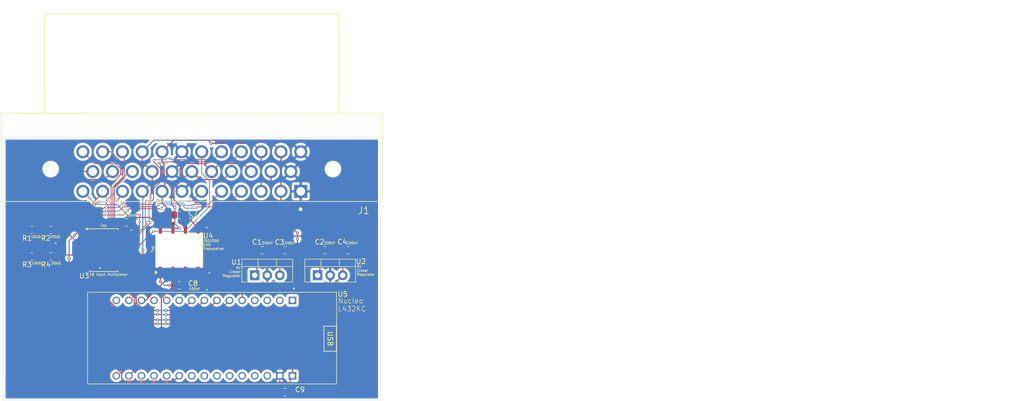
<source format=kicad_pcb>
(kicad_pcb (version 20240108) (generator "pcbnew") (generator_version "8.0")
  (title_block (title "Telemetry Board") (date "2024-08-28") (rev "1.0"))
  (layers (0 "F.Cu" signal) (31 "B.Cu" signal) (34 "B.Paste" user) (35 "F.Paste" user) (36 "B.SilkS" user "B.Silkscreen") (37 "F.SilkS" user "F.Silkscreen") (38 "B.Mask" user) (39 "F.Mask" user) (44 "Edge.Cuts" user))
  (net 0 "")
  (net 1 "GND")
  (net 2 "+12V")
  (net 3 "+5V")
  (net 4 "+9V")
  (net 5 "+3V3")
  (net 6 "CAN_H")
  (net 7 "Wheel Speed FR")
  (net 8 "Strain BL")
  (net 9 "Brake Sensor F")
  (net 10 "Wheel Speed BR")
  (net 11 "Brake Sensor B")
  (net 12 "CAN_L")
  (net 13 "Strain BR")
  (net 14 "Shock Position BR")
  (net 15 "Strain FL")
  (net 16 "Strain FR")
  (net 17 "Shock Position FR")
  (net 18 "Wheel Speed BL")
  (net 19 "Shock Position FL")
  (net 20 "Steering Sensor")
  (net 21 "Shock Position BL")
  (net 22 "Wheel Speed FL")
  (net 23 "Brake Sensor F 3V3")
  (net 24 "Brake Sensor R 3V3")
  (net 25 "S2")
  (net 26 "S4")
  (net 28 "S3")
  (net 29 "S1")
  (net 30 "ADC")
  (net 31 "/CAN1_RD")
  (net 32 "/CAN1_TD")
  (footprint "Capacitor_SMD:C_0805_2012Metric_Pad1.18x1.45mm_HandSolder" (layer "F.Cu") (at 71.8605 68.072)
    (property "Reference" "C1")
    (property "Value" "330nf")
  )
  (footprint "Package_TO_SOT_THT:TO-220-3_Vertical" (layer "F.Cu") (at 70.358 73.152)
    (property "Reference" "U1")
    (property "Value" "LM7805_TO220")
  )
  (footprint "Capacitor_SMD:C_0805_2012Metric_Pad1.18x1.45mm_HandSolder" (layer "F.Cu") (at 84.5605 68.072)
    (property "Reference" "C2")
    (property "Value" "330nf")
  )
  (footprint "Package_SO:SSOP-24_5.3x8.2mm_P0.65mm" (layer "F.Cu") (at 39.878 68.072)
    (property "Reference" "U3")
    (property "Value" "CD74HC4067SM96")
  )
  (footprint "Resistor_SMD:R_0805_2012Metric_Pad1.20x1.40mm_HandSolder" (layer "F.Cu") (at 29.21 64.008 180)
    (property "Reference" "R2")
    (property "Value" "20k")
  )
  (footprint "Capacitor_SMD:C_0805_2012Metric_Pad1.18x1.45mm_HandSolder" (layer "F.Cu") (at 76.4755 96.774 180)
    (property "Reference" "C9")
    (property "Value" "100nf")
  )
  (footprint "Capacitor_SMD:C_0805_2012Metric_Pad1.18x1.45mm_HandSolder" (layer "F.Cu") (at 44.45 62.484)
    (property "Reference" "C5")
    (property "Value" "100nf")
  )
  (footprint "1FS_2_Global_Footprint_Library:MODULE_NUCLEO-L432KC" (layer "F.Cu") (at 61.763 85.852 -90)
    (property "Reference" "U5")
    (property "Value" "NUCLEO-L432KC")
  )
  (footprint "Resistor_SMD:R_0805_2012Metric_Pad1.20x1.40mm_HandSolder" (layer "F.Cu") (at 25.384 64.008)
    (property "Reference" "R1")
    (property "Value" "10k")
  )
  (footprint "Package_SO:SOP-8_6.62x9.15mm_P2.54mm" (layer "F.Cu") (at 55.118 68.072 90)
    (property "Reference" "U4")
    (property "Value" "ISO1050DUB")
  )
  (footprint "Capacitor_SMD:C_0805_2012Metric_Pad1.18x1.45mm_HandSolder" (layer "F.Cu") (at 89.1755 68.072 180)
    (property "Reference" "C4")
    (property "Value" "100nf")
  )
  (footprint "1FS_2_Global_Footprint_Library:TE_776180-1" (layer "F.Cu") (at 57.658 52.1845 180)
    (property "Reference" "J1")
    (property "Value" "776180-1")
  )
  (footprint "Capacitor_SMD:C_0805_2012Metric_Pad1.18x1.45mm_HandSolder" (layer "F.Cu") (at 76.4755 68.072 180)
    (property "Reference" "C3")
    (property "Value" "100nf")
  )
  (footprint "Capacitor_SMD:C_0805_2012Metric_Pad1.18x1.45mm_HandSolder" (layer "F.Cu") (at 55.118 60.96 180)
    (property "Reference" "C7")
    (property "Value" "100nf")
  )
  (footprint "Resistor_SMD:R_0805_2012Metric_Pad1.20x1.40mm_HandSolder" (layer "F.Cu") (at 25.384 69.342)
    (property "Reference" "R3")
    (property "Value" "10k")
  )
  (footprint "Package_TO_SOT_THT:TO-220-3_Vertical" (layer "F.Cu") (at 83.058 73.152)
    (property "Reference" "U2")
    (property "Value" "LM7809_TO220")
  )
  (footprint "Capacitor_SMD:C_0805_2012Metric_Pad1.18x1.45mm_HandSolder" (layer "F.Cu") (at 55.118 75.184 180)
    (property "Reference" "C8")
    (property "Value" "100nf")
  )
  (footprint "Resistor_SMD:R_0805_2012Metric_Pad1.20x1.40mm_HandSolder" (layer "F.Cu") (at 29.21 69.342 180)
    (property "Reference" "R4")
    (property "Value" "20k")
  )
  (gr_rect (start 84.328 83.439) (end 86.868 88.519) (stroke (width 0.15)) (fill none) (layer "F.SilkS"))
  (gr_rect (start 19.558 45.212) (end 95.758 98.552) (stroke (width 0.05)) (fill none) (layer "Edge.Cuts"))
  (gr_text "5V\nLinear\nRegulator" (at 67.564 73.533 0) (layer "F.SilkS") (effects (font (size 0.5 0.5) (thickness 0.09) (bold yes)) (justify right bottom)))
  (gr_text "ISO1050\nCAN\nTransceiver" (at 59.944 68.072 0) (layer "F.SilkS") (effects (font (size 0.5 0.5) (thickness 0.09) (bold yes)) (justify left bottom)))
  (gr_text "330nf" (at 84.328 66.929 0) (layer "F.SilkS") (effects (font (size 0.5 0.5) (thickness 0.09) (bold yes)) (justify left bottom)))
  (gr_text "Top" (at 50.038 67.183 90) (layer "F.SilkS") (effects (font (size 0.5 0.5) (thickness 0.09) (bold yes)) (justify right bottom)))
  (gr_text "Top" (at 40.513 63.373 0) (layer "F.SilkS") (effects (font (size 0.5 0.5) (thickness 0.09) (bold yes)) (justify right bottom)))
  (gr_text "100nf" (at 88.9 66.929 0) (layer "F.SilkS") (effects (font (size 0.5 0.5) (thickness 0.09) (bold yes)) (justify left bottom)))
  (gr_text "9V\nLinear\nRegulator" (at 90.932 73.279 0) (layer "F.SilkS") (effects (font (size 0.5 0.5) (thickness 0.09) (bold yes)) (justify left bottom)))
  (gr_text "10kΩ" (at 25.146 65.659 0) (layer "F.SilkS") (effects (font (size 0.5 0.5) (thickness 0.09) (bold yes)) (justify left bottom)))
  (gr_text "100nf" (at 76.327 66.929 0) (layer "F.SilkS") (effects (font (size 0.5 0.5) (thickness 0.09) (bold yes)) (justify left bottom)))
  (gr_text "330nf" (at 71.755 66.929 0) (layer "F.SilkS") (effects (font (size 0.5 0.5) (thickness 0.09) (bold yes)) (justify left bottom)))
  (gr_text "10kΩ" (at 25.273 70.993 0) (layer "F.SilkS") (effects (font (size 0.5 0.5) (thickness 0.09) (bold yes)) (justify left bottom)))
  (gr_text "USB" (at 85.598 85.979 -90) (layer "F.SilkS") (effects (font (size 1 1))))
  (gr_text "16 Input Multiplexer" (at 36.957 73.279 0) (layer "F.SilkS") (effects (font (size 0.5 0.5) (thickness 0.09) (bold yes)) (justify left bottom)))
  (gr_text "20kΩ" (at 29.083 65.659 0) (layer "F.SilkS") (effects (font (size 0.5 0.5) (thickness 0.09) (bold yes)) (justify left bottom)))
  (gr_text "100nf" (at 44.196 61.341 0) (layer "F.SilkS") (effects (font (size 0.5 0.5) (thickness 0.09) (bold yes)) (justify left bottom)))
  (gr_text "100nf" (at 57.023 76.2 0) (layer "F.SilkS") (effects (font (size 0.5 0.5) (thickness 0.09) (bold yes)) (justify left bottom)))
  (gr_text "Nucleo\nL432KC" (at 87.122 80.518 0) (layer "F.SilkS") (effects (font (size 1 1) (thickness 0.1)) (justify left bottom)))
  (gr_text "20kΩ" (at 29.21 70.993 0) (layer "F.SilkS") (effects (font (size 0.5 0.5) (thickness 0.09) (bold yes)) (justify left bottom)))
  (gr_text "100nf" (at 57.023 61.849 0) (layer "F.SilkS") (effects (font (size 0.5 0.5) (thickness 0.09) (bold yes)) (justify left bottom)))
  (segment (start 45.4875 63.9865) (end 45.466 64.008) (width 0.2) (layer "F.Cu") (net 1))
  (segment (start 41.128 71.647) (end 42.428 70.347) (width 0.2) (layer "F.Cu") (net 1))
  (segment (start 60.706 76.073) (end 57.0445 76.073) (width 0.2) (layer "F.Cu") (net 1))
  (segment (start 56.341 60.96) (end 56.1555 60.96) (width 0.2) (layer "F.Cu") (net 1))
  (segment (start 75.438 93.472) (end 75.438 96.774) (width 0.2) (layer "F.Cu") (net 1))
  (segment (start 72.898 68.072) (end 72.898 73.152) (width 0.2) (layer "F.Cu") (net 1))
  (segment (start 45.4875 62.484) (end 45.4875 63.9865) (width 0.2) (layer "F.Cu") (net 1))
  (segment (start 30.21 69.342) (end 30.21 64.008) (width 0.2) (layer "F.Cu") (net 1))
  (segment (start 58.928 72.597) (end 61.167 72.597) (width 0.2) (layer "F.Cu") (net 1))
  (segment (start 58.928 63.547) (end 60.659 63.547) (width 0.2) (layer "F.Cu") (net 1))
  (segment (start 36.278 71.647) (end 41.128 71.647) (width 0.2) (layer "F.Cu") (net 1))
  (segment (start 61.167 72.597) (end 61.214 72.644) (width 0.2) (layer "F.Cu") (net 1))
  (segment (start 88.138 68.072) (end 85.598 68.072) (width 0.2) (layer "F.Cu") (net 1))
  (segment (start 60.659 63.547) (end 60.706 63.5) (width 0.2) (layer "F.Cu") (net 1))
  (segment (start 57.0445 76.073) (end 56.1555 75.184) (width 0.2) (layer "F.Cu") (net 1))
  (segment (start 42.428 70.347) (end 43.478 70.347) (width 0.2) (layer "F.Cu") (net 1))
  (segment (start 85.598 73.152) (end 85.598 68.072) (width 0.2) (layer "F.Cu") (net 1))
  (segment (start 58.928 63.547) (end 56.341 60.96) (width 0.2) (layer "F.Cu") (net 1))
  (segment (start 75.438 68.072) (end 72.898 68.072) (width 0.2) (layer "F.Cu") (net 1))
  (via (at 60.706 76.073) (size 0.6) (drill 0.3) (layers "F.Cu" "B.Cu") (net 1))
  (via (at 45.466 64.008) (size 0.6) (drill 0.3) (layers "F.Cu" "B.Cu") (net 1))
  (via (at 60.706 63.5) (size 0.6) (drill 0.3) (layers "F.Cu" "B.Cu") (net 1))
  (via (at 39.116 71.647) (size 0.6) (drill 0.3) (layers "F.Cu" "B.Cu") (net 1))
  (via (at 30.21 66.675) (size 0.6) (drill 0.3) (layers "F.Cu" "B.Cu") (net 1))
  (via (at 61.214 72.644) (size 0.6) (drill 0.3) (layers "F.Cu" "B.Cu") (net 1))
  (segment (start 83.523 72.687) (end 83.058 73.152) (width 0.2) (layer "F.Cu") (net 2))
  (segment (start 80.688 65.237) (end 83.523 68.072) (width 0.2) (layer "F.Cu") (net 2))
  (segment (start 73.658 65.237) (end 73.658 52.1845) (width 0.2) (layer "F.Cu") (net 2))
  (segment (start 70.823 68.072) (end 70.823 72.687) (width 0.2) (layer "F.Cu") (net 2))
  (segment (start 70.823 72.687) (end 70.358 73.152) (width 0.2) (layer "F.Cu") (net 2))
  (segment (start 83.523 68.072) (end 83.523 72.687) (width 0.2) (layer "F.Cu") (net 2))
  (segment (start 70.823 68.072) (end 73.658 65.237) (width 0.2) (layer "F.Cu") (net 2))
  (segment (start 73.658 65.237) (end 80.688 65.237) (width 0.2) (layer "F.Cu") (net 2))
  (segment (start 51.658 50.114463) (end 51.658 48.1845) (width 0.2) (layer "F.Cu") (net 3))
  (segment (start 44.4375 61.459) (end 43.4125 62.484) (width 0.2) (layer "F.Cu") (net 3))
  (segment (start 54.0805 60.96) (end 53.895 60.96) (width 0.2) (layer "F.Cu") (net 3))
  (segment (start 75.658 61.301) (end 78.994 64.637) (width 0.2) (layer "F.Cu") (net 3))
  (segment (start 43.4125 62.484) (end 43.4125 64.4315) (width 0.2) (layer "F.Cu") (net 3))
  (segment (start 53.9955 45.847) (end 51.658 48.1845) (width 0.2) (layer "F.Cu") (net 3))
  (segment (start 75.658 56.1845) (end 75.658 61.301) (width 0.2) (layer "F.Cu") (net 3))
  (segment (start 53.895 60.96) (end 51.308 63.547) (width 0.2) (layer "F.Cu") (net 3))
  (segment (start 78.994 65.837) (end 78.994 66.591) (width 0.2) (layer "F.Cu") (net 3))
  (segment (start 46.068744 61.468) (end 46.059744 61.459) (width 0.2) (layer "F.Cu") (net 3))
  (segment (start 75.658 48.1845) (end 73.3205 45.847) (width 0.2) (layer "F.Cu") (net 3))
  (segment (start 73.3205 45.847) (end 53.9955 45.847) (width 0.2) (layer "F.Cu") (net 3))
  (segment (start 51.658 58.5375) (end 54.0805 60.96) (width 0.2) (layer "F.Cu") (net 3))
  (segment (start 75.438 73.152) (end 75.438 70.147) (width 0.2) (layer "F.Cu") (net 3))
  (segment (start 46.059744 61.459) (end 44.4375 61.459) (width 0.2) (layer "F.Cu") (net 3))
  (segment (start 52.0455 50.501963) (end 51.658 50.114463) (width 0.2) (layer "F.Cu") (net 3))
  (segment (start 43.4125 64.4315) (end 43.478 64.497) (width 0.2) (layer "F.Cu") (net 3))
  (segment (start 75.658 56.1845) (end 75.658 48.1845) (width 0.2) (layer "F.Cu") (net 3))
  (segment (start 75.438 70.147) (end 77.513 68.072) (width 0.2) (layer "F.Cu") (net 3))
  (segment (start 49.229 61.468) (end 46.068744 61.468) (width 0.2) (layer "F.Cu") (net 3))
  (segment (start 51.308 63.547) (end 49.229 61.468) (width 0.2) (layer "F.Cu") (net 3))
  (segment (start 52.197 55.6455) (end 52.197 53.00392) (width 0.2) (layer "F.Cu") (net 3))
  (segment (start 52.197 53.00392) (end 52.0455 52.85242) (width 0.2) (layer "F.Cu") (net 3))
  (segment (start 51.658 56.1845) (end 52.197 55.6455) (width 0.2) (layer "F.Cu") (net 3))
  (segment (start 52.0455 52.85242) (end 52.0455 50.501963) (width 0.2) (layer "F.Cu") (net 3))
  (segment (start 51.658 56.1845) (end 51.658 58.5375) (width 0.2) (layer "F.Cu") (net 3))
  (segment (start 78.994 66.591) (end 77.513 68.072) (width 0.2) (layer "F.Cu") (net 3))
  (via (at 78.994 64.637) (size 0.6) (drill 0.3) (layers "F.Cu" "B.Cu") (net 3))
  (via (at 78.994 65.837) (size 0.6) (drill 0.3) (layers "F.Cu" "B.Cu") (net 3))
  (segment (start 78.994 64.637) (end 78.994 65.837) (width 0.2) (layer "B.Cu") (net 3))
  (segment (start 88.138 70.147) (end 90.213 68.072) (width 0.2) (layer "F.Cu") (net 4))
  (segment (start 77.978 83.312) (end 88.138 73.152) (width 0.2) (layer "F.Cu") (net 4))
  (segment (start 77.513 93.937) (end 77.978 93.472) (width 0.2) (layer "F.Cu") (net 4))
  (segment (start 77.513 96.774) (end 77.513 93.937) (width 0.2) (layer "F.Cu") (net 4))
  (segment (start 77.978 93.472) (end 77.978 83.312) (width 0.2) (layer "F.Cu") (net 4))
  (segment (start 88.138 73.152) (end 88.138 70.147) (width 0.2) (layer "F.Cu") (net 4))
  (segment (start 51.308 72.597) (end 51.308 74.422) (width 0.2) (layer "F.Cu") (net 5))
  (segment (start 47.762 68.072) (end 47.762 69.479) (width 0.2) (layer "F.Cu") (net 5))
  (segment (start 51.513 77.7515) (end 54.0805 75.184) (width 0.2) (layer "F.Cu") (net 5))
  (segment (start 44.958 93.472) (end 51.513 86.917) (width 0.2) (layer "F.Cu") (net 5))
  (segment (start 71.658 56.1845) (end 71.658 48.1845) (width 0.2) (layer "F.Cu") (net 5))
  (segment (start 61.595 46.482) (end 69.9555 46.482) (width 0.2) (layer "F.Cu") (net 5))
  (segment (start 50.88 72.597) (end 51.308 72.597) (width 0.2) (layer "F.Cu") (net 5))
  (segment (start 49.658 52.1845) (end 49.658 54.1845) (width 0.2) (layer "F.Cu") (net 5))
  (segment (start 49.658 54.1845) (end 47.658 56.1845) (width 0.2) (layer "F.Cu") (net 5))
  (segment (start 69.9555 46.482) (end 71.658 48.1845) (width 0.2) (layer "F.Cu") (net 5))
  (segment (start 47.658 50.1845) (end 49.658 52.1845) (width 0.2) (layer "F.Cu") (net 5))
  (segment (start 47.658 48.1845) (end 47.658 50.1845) (width 0.2) (layer "F.Cu") (net 5))
  (segment (start 51.513 86.917) (end 51.513 77.7515) (width 0.2) (layer "F.Cu") (net 5))
  (segment (start 47.762 69.479) (end 50.88 72.597) (width 0.2) (layer "F.Cu") (net 5))
  (segment (start 53.086 75.184) (end 54.0805 75.184) (width 0.2) (layer "F.Cu") (net 5))
  (via (at 51.308 74.422) (size 0.6) (drill 0.3) (layers "F.Cu" "B.Cu") (net 5))
  (via (at 47.762 68.072) (size 0.6) (drill 0.3) (layers "F.Cu" "B.Cu") (net 5))
  (via (at 53.086 75.184) (size 0.6) (drill 0.3) (layers "F.Cu" "B.Cu") (net 5))
  (via (at 61.595 46.482) (size 0.6) (drill 0.3) (layers "F.Cu" "B.Cu") (net 5))
  (segment (start 49.9955 45.847) (end 47.658 48.1845) (width 0.2) (layer "B.Cu") (net 5))
  (segment (start 51.308 74.422) (end 52.07 75.184) (width 0.2) (layer "B.Cu") (net 5))
  (segment (start 47.762 56.2885) (end 47.658 56.1845) (width 0.2) (layer "B.Cu") (net 5))
  (segment (start 47.762 68.072) (end 47.762 56.2885) (width 0.2) (layer "B.Cu") (net 5))
  (segment (start 52.07 75.184) (end 53.086 75.184) (width 0.2) (layer "B.Cu") (net 5))
  (segment (start 60.96 45.847) (end 49.9955 45.847) (width 0.2) (layer "B.Cu") (net 5))
  (segment (start 61.595 46.482) (end 60.96 45.847) (width 0.2) (layer "B.Cu") (net 5))
  (segment (start 68.0455 50.572) (end 63.2705 50.572) (width 0.2) (layer "F.Cu") (net 6))
  (segment (start 61.658 52.1845) (end 60.0455 50.572) (width 0.2) (layer "F.Cu") (net 6))
  (segment (start 63.2705 50.572) (end 61.658 52.1845) (width 0.2) (layer "F.Cu") (net 6))
  (segment (start 56.235 50.572) (end 55.2705 51.5365) (width 0.2) (layer "F.Cu") (net 6))
  (segment (start 60.0455 50.572) (end 56.235 50.572) (width 0.2) (layer "F.Cu") (net 6))
  (segment (start 55.2705 53.6955) (end 53.594 55.372) (width 0.2) (layer "F.Cu") (net 6))
  (segment (start 53.594 58.868) (end 54.229 59.503) (width 0.2) (layer "F.Cu") (net 6))
  (segment (start 53.928 63.627) (end 53.848 63.547) (width 0.2) (layer "F.Cu") (net 6))
  (segment (start 55.2705 51.5365) (end 55.2705 53.6955) (width 0.2) (layer "F.Cu") (net 6))
  (segment (start 53.594 55.372) (end 53.594 58.868) (width 0.2) (layer "F.Cu") (net 6))
  (segment (start 69.658 52.1845) (end 68.0455 50.572) (width 0.2) (layer "F.Cu") (net 6))
  (segment (start 55.118 63.627) (end 53.928 63.627) (width 0.2) (layer "F.Cu") (net 6))
  (via (at 54.229 59.503) (size 0.6) (drill 0.3) (layers "F.Cu" "B.Cu") (net 6))
  (via (at 55.118 63.627) (size 0.6) (drill 0.3) (layers "F.Cu" "B.Cu") (net 6))
  (segment (start 54.229 62.738) (end 55.118 63.627) (width 0.2) (layer "B.Cu") (net 6))
  (segment (start 54.229 59.503) (end 54.229 62.738) (width 0.2) (layer "B.Cu") (net 6))
  (segment (start 40.369 59.436) (end 40.386 59.453) (width 0.15) (layer "F.Cu") (net 7))
  (segment (start 57.15 58.166) (end 57.6765 58.166) (width 0.15) (layer "F.Cu") (net 7))
  (segment (start 43.814999 58.42) (end 44.187999 58.793) (width 0.15) (layer "F.Cu") (net 7))
  (segment (start 57.6765 58.166) (end 59.658 56.1845) (width 0.15) (layer "F.Cu") (net 7))
  (segment (start 37.147974 66.447) (end 36.278 66.447) (width 0.15) (layer "F.Cu") (net 7))
  (segment (start 40.018026 59.436) (end 40.369 59.436) (width 0.15) (layer "F.Cu") (net 7))
  (segment (start 38.512 65.082974) (end 37.147974 66.447) (width 0.15) (layer "F.Cu") (net 7))
  (segment (start 44.187999 58.793) (end 50.046 58.793) (width 0.15) (layer "F.Cu") (net 7))
  (segment (start 40.018026 59.436) (end 38.512 60.942026) (width 0.15) (layer "F.Cu") (net 7))
  (segment (start 50.046 58.793) (end 50.8 58.039) (width 0.15) (layer "F.Cu") (net 7))
  (segment (start 38.512 60.942026) (end 38.512 65.082974) (width 0.15) (layer "F.Cu") (net 7))
  (segment (start 43.561 58.42) (end 43.814999 58.42) (width 0.15) (layer "F.Cu") (net 7))
  (via (at 57.15 58.166) (size 0.5) (drill 0.3) (layers "F.Cu" "B.Cu") (net 7))
  (via (at 40.386 59.453) (size 0.5) (drill 0.3) (layers "F.Cu" "B.Cu") (net 7))
  (via (at 43.561 58.42) (size 0.5) (drill 0.3) (layers "F.Cu" "B.Cu") (net 7))
  (via (at 50.8 58.039) (size 0.5) (drill 0.3) (layers "F.Cu" "B.Cu") (net 7))
  (segment (start 57.15 58.166) (end 50.927 58.166) (width 0.15) (layer "B.Cu") (net 7))
  (segment (start 50.927 58.166) (end 50.8 58.039) (width 0.15) (layer "B.Cu") (net 7))
  (segment (start 40.386 59.453) (end 42.862058 59.453) (width 0.15) (layer "B.Cu") (net 7))
  (segment (start 43.561 58.754058) (end 43.561 58.42) (width 0.15) (layer "B.Cu") (net 7))
  (segment (start 42.862058 59.453) (end 43.561 58.754058) (width 0.15) (layer "B.Cu") (net 7))
  (segment (start 43.478 68.397) (end 42.453 68.397) (width 0.15) (layer "F.Cu") (net 8))
  (segment (start 41.3265 48.1845) (end 39.658 48.1845) (width 0.15) (layer "F.Cu") (net 8))
  (segment (start 42.453 68.397) (end 41.7205 67.6645) (width 0.15) (layer "F.Cu") (net 8))
  (segment (start 43.719 50.577) (end 41.3265 48.1845) (width 0.15) (layer "F.Cu") (net 8))
  (segment (start 43.719 53.322025) (end 43.719 50.577) (width 0.15) (layer "F.Cu") (net 8))
  (segment (start 41.7205 67.6645) (end 41.7205 55.320525) (width 0.15) (layer "F.Cu") (net 8))
  (segment (start 41.7205 55.320525) (end 43.719 53.322025) (width 0.15) (layer "F.Cu") (net 8))
  (segment (start 41.658 52.1845) (end 40.0455 53.797) (width 0.2) (layer "F.Cu") (net 9))
  (segment (start 34.595 53.797) (end 24.384 64.008) (width 0.2) (layer "F.Cu") (net 9))
  (segment (start 40.0455 53.797) (end 34.595 53.797) (width 0.2) (layer "F.Cu") (net 9))
  (segment (start 43.478 67.097) (end 47.076 67.097) (width 0.15) (layer "F.Cu") (net 10))
  (segment (start 47.076 67.097) (end 49.911 64.262) (width 0.15) (layer "F.Cu") (net 10))
  (via (at 49.911 64.262) (size 0.5) (drill 0.3) (layers "F.Cu" "B.Cu") (net 10))
  (segment (start 56.261 64.262) (end 61.2455 59.2775) (width 0.15) (layer "B.Cu") (net 10))
  (segment (start 49.911 64.262) (end 56.261 64.262) (width 0.15) (layer "B.Cu") (net 10))
  (segment (start 61.2455 59.2775) (end 61.2455 54.1335) (width 0.15) (layer "B.Cu") (net 10))
  (segment (start 59.658 52.546) (end 59.658 48.1845) (width 0.15) (layer "B.Cu") (net 10))
  (segment (start 61.2455 54.1335) (end 59.658 52.546) (width 0.15) (layer "B.Cu") (net 10))
  (segment (start 23.368 63.246) (end 23.368 68.326) (width 0.2) (layer "F.Cu") (net 11))
  (segment (start 23.368 68.326) (end 24.384 69.342) (width 0.2) (layer "F.Cu") (net 11))
  (segment (start 34.4295 52.1845) (end 23.368 63.246) (width 0.2) (layer "F.Cu") (net 11))
  (segment (start 37.658 52.1845) (end 34.4295 52.1845) (width 0.2) (layer "F.Cu") (net 11))
  (segment (start 54.0455 55.51658) (end 54.0455 57.8555) (width 0.2) (layer "F.Cu") (net 12))
  (segment (start 65.658 52.1845) (end 64.0455 53.797) (width 0.2) (layer "F.Cu") (net 12))
  (segment (start 57.37758 52.1845) (end 54.0455 55.51658) (width 0.2) (layer "F.Cu") (net 12))
  (segment (start 57.658 52.1845) (end 57.37758 52.1845) (width 0.2) (layer "F.Cu") (net 12))
  (segment (start 64.0455 53.797) (end 59.2705 53.797) (width 0.2) (layer "F.Cu") (net 12))
  (segment (start 54.0455 57.8555) (end 55.245 59.055) (width 0.2) (layer "F.Cu") (net 12))
  (segment (start 59.2705 53.797) (end 57.658 52.1845) (width 0.2) (layer "F.Cu") (net 12))
  (segment (start 55.245 62.404) (end 56.388 63.547) (width 0.2) (layer "F.Cu") (net 12))
  (segment (start 55.245 59.055) (end 55.245 62.404) (width 0.2) (layer "F.Cu") (net 12))
  (segment (start 63.658 48.1845) (end 62.0585 49.784) (width 0.15) (layer "F.Cu") (net 13))
  (segment (start 62.0585 49.784) (end 53.594 49.784) (width 0.15) (layer "F.Cu") (net 13))
  (segment (start 49.430446 55.672015) (end 49.430446 56.796446) (width 0.15) (layer "F.Cu") (net 13))
  (segment (start 50.038 50.292) (end 51.308 51.562) (width 0.15) (layer "F.Cu") (net 13))
  (segment (start 53.594 49.784) (end 53.34 49.53) (width 0.15) (layer "F.Cu") (net 13))
  (segment (start 51.308 51.562) (end 51.308 53.794461) (width 0.15) (layer "F.Cu") (net 13))
  (segment (start 49.276 62.58495) (end 45.41395 66.447) (width 0.15) (layer "F.Cu") (net 13))
  (segment (start 49.276 56.950892) (end 49.276 57.404) (width 0.15) (layer "F.Cu") (net 13))
  (segment (start 50.038 49.911) (end 50.038 50.292) (width 0.15) (layer "F.Cu") (net 13))
  (segment (start 45.41395 66.447) (end 43.478 66.447) (width 0.15) (layer "F.Cu") (net 13))
  (segment (start 49.276 62.484) (end 49.276 62.58495) (width 0.15) (layer "F.Cu") (net 13))
  (segment (start 49.430446 56.796446) (end 49.276 56.950892) (width 0.15) (layer "F.Cu") (net 13))
  (segment (start 51.308 53.794461) (end 49.430446 55.672015) (width 0.15) (layer "F.Cu") (net 13))
  (via (at 50.038 49.911) (size 0.5) (drill 0.3) (layers "F.Cu" "B.Cu") (net 13))
  (via (at 53.34 49.53) (size 0.5) (drill 0.3) (layers "F.Cu" "B.Cu") (net 13))
  (via (at 49.276 57.404) (size 0.5) (drill 0.3) (layers "F.Cu" "B.Cu") (net 13))
  (via (at 49.276 62.484) (size 0.5) (drill 0.3) (layers "F.Cu" "B.Cu") (net 13))
  (segment (start 53.34 49.53) (end 52.597537 49.53) (width 0.15) (layer "B.Cu") (net 13))
  (segment (start 49.276 58.492107) (end 49.276 57.404) (width 0.15) (layer "B.Cu") (net 13))
  (segment (start 49.022 58.746107) (end 49.276 58.492107) (width 0.15) (layer "B.Cu") (net 13))
  (segment (start 49.276 62.484) (end 49.022 62.23) (width 0.15) (layer "B.Cu") (net 13))
  (segment (start 49.022 62.23) (end 49.022 58.746107) (width 0.15) (layer "B.Cu") (net 13))
  (segment (start 50.157 49.792) (end 52.335537 49.792) (width 0.15) (layer "B.Cu") (net 13))
  (segment (start 52.597537 49.53) (end 52.335537 49.792) (width 0.15) (layer "B.Cu") (net 13))
  (segment (start 50.038 49.911) (end 50.157 49.792) (width 0.15) (layer "B.Cu") (net 13))
  (segment (start 51.6705 53.926935) (end 51.6705 51.1625) (width 0.15) (layer "F.Cu") (net 14))
  (segment (start 49.53 58.166) (end 49.930446 57.765554) (width 0.15) (layer "F.Cu") (net 14))
  (segment (start 48.514 62.851975) (end 45.568975 65.797) (width 0.15) (layer "F.Cu") (net 14))
  (segment (start 48.514 62.484) (end 48.514 62.851975) (width 0.15) (layer "F.Cu") (net 14))
  (segment (start 52.578 50.292) (end 52.673 50.197) (width 0.15) (layer "F.Cu") (net 14))
  (segment (start 51.6705 51.1625) (end 50.927 50.419) (width 0.15) (layer "F.Cu") (net 14))
  (segment (start 45.568975 65.797) (end 43.478 65.797) (width 0.15) (layer "F.Cu") (net 14))
  (segment (start 49.930446 55.666989) (end 51.6705 53.926935) (width 0.15) (layer "F.Cu") (net 14))
  (segment (start 48.514 58.166) (end 49.53 58.166) (width 0.15) (layer "F.Cu") (net 14))
  (segment (start 65.6455 50.197) (end 67.658 48.1845) (width 0.15) (layer "F.Cu") (net 14))
  (segment (start 49.930446 57.765554) (end 49.930446 55.666989) (width 0.15) (layer "F.Cu") (net 14))
  (segment (start 52.673 50.197) (end 65.6455 50.197) (width 0.15) (layer "F.Cu") (net 14))
  (via (at 48.514 62.484) (size 0.5) (drill 0.3) (layers "F.Cu" "B.Cu") (net 14))
  (via (at 52.578 50.292) (size 0.5) (drill 0.3) (layers "F.Cu" "B.Cu") (net 14))
  (via (at 50.927 50.419) (size 0.5) (drill 0.3) (layers "F.Cu" "B.Cu") (net 14))
  (via (at 48.514 58.166) (size 0.5) (drill 0.3) (layers "F.Cu" "B.Cu") (net 14))
  (segment (start 52.451 50.419) (end 52.578 50.292) (width 0.15) (layer "B.Cu") (net 14))
  (segment (start 48.514 58.166) (end 48.26 58.42) (width 0.15) (layer "B.Cu") (net 14))
  (segment (start 48.26 62.23) (end 48.514 62.484) (width 0.15) (layer "B.Cu") (net 14))
  (segment (start 50.927 50.419) (end 52.451 50.419) (width 0.15) (layer "B.Cu") (net 14))
  (segment (start 48.26 58.42) (end 48.26 62.23) (width 0.15) (layer "B.Cu") (net 14))
  (segment (start 39.658 56.1845) (end 39.658 56.553107) (width 0.15) (layer "F.Cu") (net 15))
  (segment (start 37.303 65.147) (end 36.278 65.147) (width 0.15) (layer "F.Cu") (net 15))
  (segment (start 37.719 58.492107) (end 37.719 64.731) (width 0.15) (layer "F.Cu") (net 15))
  (segment (start 37.719 64.731) (end 37.303 65.147) (width 0.15) (layer "F.Cu") (net 15))
  (segment (start 39.658 56.553107) (end 37.719 58.492107) (width 0.15) (layer "F.Cu") (net 15))
  (segment (start 50.546 59.309) (end 51.054 58.801) (width 0.15) (layer "F.Cu") (net 16))
  (segment (start 38.862 61.087) (end 38.862 65.538) (width 0.15) (layer "F.Cu") (net 16))
  (segment (start 58.039 58.801) (end 57.785 59.055) (width 0.15) (layer "F.Cu") (net 16))
  (segment (start 58.039 58.801) (end 61.0415 58.801) (width 0.15) (layer "F.Cu") (net 16))
  (segment (start 39.751 60.198) (end 40.386 60.198) (width 0.15) (layer "F.Cu") (net 16))
  (segment (start 43.815 59.309) (end 50.546 59.309) (width 0.15) (layer "F.Cu") (net 16))
  (segment (start 37.303 67.097) (end 36.278 67.097) (width 0.15) (layer "F.Cu") (net 16))
  (segment (start 39.751 60.198) (end 38.862 61.087) (width 0.15) (layer "F.Cu") (net 16))
  (segment (start 61.0415 58.801) (end 63.658 56.1845) (width 0.15) (layer "F.Cu") (net 16))
  (segment (start 38.862 65.538) (end 37.303 67.097) (width 0.15) (layer "F.Cu") (net 16))
  (via (at 51.054 58.801) (size 0.5) (drill 0.3) (layers "F.Cu" "B.Cu") (net 16))
  (via (at 57.785 59.055) (size 0.5) (drill 0.3) (layers "F.Cu" "B.Cu") (net 16))
  (via (at 43.815 59.309) (size 0.5) (drill 0.3) (layers "F.Cu" "B.Cu") (net 16))
  (via (at 40.386 60.198) (size 0.5) (drill 0.3) (layers "F.Cu" "B.Cu") (net 16))
  (segment (start 42.926 60.198) (end 43.815 59.309) (width 0.15) (layer "B.Cu") (net 16))
  (segment (start 57.785 59.055) (end 56.315893 59.055) (width 0.15) (layer "B.Cu") (net 16))
  (segment (start 51.181 58.547) (end 51.054 58.674) (width 0.15) (layer "B.Cu") (net 16))
  (segment (start 40.386 60.198) (end 42.926 60.198) (width 0.15) (layer "B.Cu") (net 16))
  (segment (start 55.807893 58.547) (end 51.181 58.547) (width 0.15) (layer "B.Cu") (net 16))
  (segment (start 51.054 58.674) (end 51.054 58.801) (width 0.15) (layer "B.Cu") (net 16))
  (segment (start 56.315893 59.055) (end 55.807893 58.547) (width 0.15) (layer "B.Cu") (net 16))
  (segment (start 64.519543 59.322957) (end 67.658 56.1845) (width 0.15) (layer "F.Cu") (net 17))
  (segment (start 51.435 59.690982) (end 45.084018 59.690982) (width 0.15) (layer "F.Cu") (net 17))
  (segment (start 39.243 65.651975) (end 37.147975 67.747) (width 0.15) (layer "F.Cu") (net 17))
  (segment (start 58.917086 59.322957) (end 64.519543 59.322957) (width 0.15) (layer "F.Cu") (net 17))
  (segment (start 39.243 61.468) (end 39.243 65.651975) (width 0.15) (layer "F.Cu") (net 17))
  (segment (start 45.084018 59.690982) (end 44.704 60.071) (width 0.15) (layer "F.Cu") (net 17))
  (segment (start 58.914043 59.326) (end 58.917086 59.322957) (width 0.15) (layer "F.Cu") (net 17))
  (segment (start 40.386 60.96) (end 39.751 60.96) (width 0.15) (layer "F.Cu") (net 17))
  (segment (start 39.751 60.96) (end 39.243 61.468) (width 0.15) (layer "F.Cu") (net 17))
  (segment (start 37.147975 67.747) (end 36.278 67.747) (width 0.15) (layer "F.Cu") (net 17))
  (via (at 51.435 59.690982) (size 0.5) (drill 0.3) (layers "F.Cu" "B.Cu") (net 17))
  (via (at 40.386 60.96) (size 0.5) (drill 0.3) (layers "F.Cu" "B.Cu") (net 17))
  (via (at 44.704 60.071) (size 0.5) (drill 0.3) (layers "F.Cu" "B.Cu") (net 17))
  (via (at 58.914043 59.326) (size 0.5) (drill 0.3) (layers "F.Cu" "B.Cu") (net 17))
  (segment (start 55.693918 58.928) (end 52.197982 58.928) (width 0.15) (layer "B.Cu") (net 17))
  (segment (start 56.345918 59.58) (end 55.693918 58.928) (width 0.15) (layer "B.Cu") (net 17))
  (segment (start 58.914043 59.326) (end 58.660043 59.58) (width 0.15) (layer "B.Cu") (net 17))
  (segment (start 58.660043 59.58) (end 56.345918 59.58) (width 0.15) (layer "B.Cu") (net 17))
  (segment (start 43.815 60.96) (end 40.386 60.96) (width 0.15) (layer "B.Cu") (net 17))
  (segment (start 44.704 60.071) (end 43.815 60.96) (width 0.15) (layer "B.Cu") (net 17))
  (segment (start 52.197982 58.928) (end 51.435 59.690982) (width 0.15) (layer "B.Cu") (net 17))
  (segment (start 42.315565 50.597) (end 38.0705 50.597) (width 0.15) (layer "F.Cu") (net 18))
  (segment (start 41.3705 54.717065) (end 43.2455 52.842065) (width 0.15) (layer "F.Cu") (net 18))
  (segment (start 42.504 69.047) (end 41.3705 67.9135) (width 0.15) (layer "F.Cu") (net 18))
  (segment (start 43.2455 52.842065) (end 43.2455 51.526935) (width 0.15) (layer "F.Cu") (net 18))
  (segment (start 41.3705 67.9135) (end 41.3705 54.717065) (width 0.15) (layer "F.Cu") (net 18))
  (segment (start 43.2455 51.526935) (end 42.315565 50.597) (width 0.15) (layer "F.Cu") (net 18))
  (segment (start 43.478 69.047) (end 42.504 69.047) (width 0.15) (layer "F.Cu") (net 18))
  (segment (start 38.0705 50.597) (end 35.658 48.1845) (width 0.15) (layer "F.Cu") (net 18))
  (segment (start 38.069 65.031) (end 38.069 58.959) (width 0.15) (layer "F.Cu") (net 19))
  (segment (start 37.303 65.797) (end 38.069 65.031) (width 0.15) (layer "F.Cu") (net 19))
  (segment (start 38.069 58.959) (end 38.735 58.293) (width 0.15) (layer "F.Cu") (net 19))
  (segment (start 42.672 57.912) (end 43.658 56.926) (width 0.15) (layer "F.Cu") (net 19))
  (segment (start 38.735 58.293) (end 38.989 58.293) (width 0.15) (layer "F.Cu") (net 19))
  (segment (start 36.278 65.797) (end 37.303 65.797) (width 0.15) (layer "F.Cu") (net 19))
  (segment (start 43.658 56.926) (end 43.658 56.1845) (width 0.15) (layer "F.Cu") (net 19))
  (via (at 38.989 58.293) (size 0.5) (drill 0.3) (layers "F.Cu" "B.Cu") (net 19))
  (via (at 42.672 57.912) (size 0.5) (drill 0.3) (layers "F.Cu" "B.Cu") (net 19))
  (segment (start 38.989 58.293) (end 42.291 58.293) (width 0.15) (layer "B.Cu") (net 19))
  (segment (start 42.291 58.293) (end 42.672 57.912) (width 0.15) (layer "B.Cu") (net 19))
  (segment (start 40.69175 57.793) (end 40.69175 57.768) (width 0.15) (layer "F.Cu") (net 20))
  (segment (start 40.386 58.09875) (end 40.386 58.710537) (width 0.15) (layer "F.Cu") (net 20))
  (segment (start 40.911 66.064) (end 37.278 69.697) (width 0.15) (layer "F.Cu") (net 20))
  (segment (start 40.911 59.235537) (end 40.911 66.064) (width 0.15) (layer "F.Cu") (net 20))
  (segment (start 37.278 69.697) (end 36.278 69.697) (width 0.15) (layer "F.Cu") (net 20))
  (segment (start 40.386 58.710537) (end 40.911 59.235537) (width 0.15) (layer "F.Cu") (net 20))
  (segment (start 40.69175 57.793) (end 40.386 58.09875) (width 0.15) (layer "F.Cu") (net 20))
  (via (at 40.69175 57.768) (size 0.5) (drill 0.3) (layers "F.Cu" "B.Cu") (net 20))
  (segment (start 42.0705 56.41425) (end 42.0705 55.2115) (width 0.15) (layer "B.Cu") (net 20))
  (segment (start 45.0975 52.1845) (end 45.658 52.1845) (width 0.15) (layer "B.Cu") (net 20))
  (segment (start 40.69175 57.793) (end 42.0705 56.41425) (width 0.15) (layer "B.Cu") (net 20))
  (segment (start 42.0705 55.2115) (end 45.0975 52.1845) (width 0.15) (layer "B.Cu") (net 20))
  (segment (start 42.0705 55.4655) (end 44.069 53.467) (width 0.15) (layer "F.Cu") (net 21))
  (segment (start 43.478 67.747) (end 42.453 67.747) (width 0.15) (layer "F.Cu") (net 21))
  (segment (start 44.069 48.5955) (end 43.658 48.1845) (width 0.15) (layer "F.Cu") (net 21))
  (segment (start 42.0705 67.3645) (end 42.0705 55.4655) (width 0.15) (layer "F.Cu") (net 21))
  (segment (start 44.069 53.467) (end 44.069 48.5955) (width 0.15) (layer "F.Cu") (net 21))
  (segment (start 42.453 67.747) (end 42.0705 67.3645) (width 0.15) (layer "F.Cu") (net 21))
  (segment (start 47.117 60.918) (end 44.656241 60.918) (width 0.15) (layer "F.Cu") (net 22))
  (segment (start 47.117 62.357) (end 47.117 63.754) (width 0.15) (layer "F.Cu") (net 22))
  (segment (start 47.117 63.754) (end 45.724 65.147) (width 0.15) (layer "F.Cu") (net 22))
  (segment (start 45.724 65.147) (end 43.478 65.147) (width 0.15) (layer "F.Cu") (net 22))
  (segment (start 37.0045 57.531) (end 35.658 56.1845) (width 0.15) (layer "F.Cu") (net 22))
  (segment (start 44.656241 60.918) (end 42.658297 58.920056) (width 0.15) (layer "F.Cu") (net 22))
  (segment (start 42.658297 58.920056) (end 42.658297 58.914297) (width 0.15) (layer "F.Cu") (net 22))
  (via (at 47.117 62.357) (size 0.5) (drill 0.3) (layers "F.Cu" "B.Cu") (net 22))
  (via (at 42.658297 58.914297) (size 0.5) (drill 0.3) (layers "F.Cu" "B.Cu") (net 22))
  (via (at 47.117 60.918) (size 0.5) (drill 0.3) (layers "F.Cu" "B.Cu") (net 22))
  (via (at 37.0045 57.531) (size 0.5) (drill 0.3) (layers "F.Cu" "B.Cu") (net 22))
  (segment (start 42.562 58.818) (end 38.2915 58.818) (width 0.15) (layer "B.Cu") (net 22))
  (segment (start 38.2915 58.818) (end 37.0045 57.531) (width 0.15) (layer "B.Cu") (net 22))
  (segment (start 47.117 60.918) (end 47.117 62.357) (width 0.15) (layer "B.Cu") (net 22))
  (segment (start 42.658297 58.914297) (end 42.562 58.818) (width 0.15) (layer "B.Cu") (net 22))
  (segment (start 35.203 68.397) (end 36.278 68.397) (width 0.2) (layer "F.Cu") (net 23))
  (segment (start 28.21 64.008) (end 29.21 63.008) (width 0.2) (layer "F.Cu") (net 23))
  (segment (start 35.103 68.297) (end 35.203 68.397) (width 0.2) (layer "F.Cu") (net 23))
  (segment (start 26.384 64.008) (end 28.21 64.008) (width 0.2) (layer "F.Cu") (net 23))
  (segment (start 31.004 63.008) (end 35.103 67.107) (width 0.2) (layer "F.Cu") (net 23))
  (segment (start 29.21 63.008) (end 31.004 63.008) (width 0.2) (layer "F.Cu") (net 23))
  (segment (start 35.103 67.107) (end 35.103 68.297) (width 0.2) (layer "F.Cu") (net 23))
  (segment (start 28.21 69.342) (end 26.384 69.342) (width 0.2) (layer "F.Cu") (net 24))
  (segment (start 32.089744 69.047) (end 30.794744 70.342) (width 0.2) (layer "F.Cu") (net 24))
  (segment (start 29.21 70.342) (end 28.21 69.342) (width 0.2) (layer "F.Cu") (net 24))
  (segment (start 30.794744 70.342) (end 29.21 70.342) (width 0.2) (layer "F.Cu") (net 24))
  (segment (start 36.278 69.047) (end 32.089744 69.047) (width 0.2) (layer "F.Cu") (net 24))
  (segment (start 50.8 82.169) (end 44.848862 82.169) (width 0.2) (layer "F.Cu") (net 25))
  (segment (start 35.103 71.069) (end 35.175 70.997) (width 0.2) (layer "F.Cu") (net 25))
  (segment (start 58.801 82.169) (end 52.451 82.169) (width 0.2) (layer "F.Cu") (net 25))
  (segment (start 44.848862 82.169) (end 35.103 72.423138) (width 0.2) (layer "F.Cu") (net 25))
  (segment (start 62.738 78.232) (end 58.801 82.169) (width 0.2) (layer "F.Cu") (net 25))
  (segment (start 35.103 72.423138) (end 35.103 71.069) (width 0.2) (layer "F.Cu") (net 25))
  (segment (start 35.175 70.997) (end 36.278 70.997) (width 0.2) (layer "F.Cu") (net 25))
  (via (at 52.451 82.169) (size 0.6) (drill 0.3) (layers "F.Cu" "B.Cu") (net 25))
  (via (at 50.8 82.169) (size 0.6) (drill 0.3) (layers "F.Cu" "B.Cu") (net 25))
  (segment (start 52.451 82.169) (end 50.8 82.169) (width 0.2) (layer "B.Cu") (net 25))
  (segment (start 57.658 78.232) (end 55.626 80.264) (width 0.2) (layer "F.Cu") (net 26))
  (segment (start 55.626 80.264) (end 52.451 80.264) (width 0.2) (layer "F.Cu") (net 26))
  (segment (start 46.433 74.602) (end 43.478 71.647) (width 0.2) (layer "F.Cu") (net 26))
  (segment (start 50.8 80.264) (end 48.023862 80.264) (width 0.2) (layer "F.Cu") (net 26))
  (segment (start 48.023862 80.264) (end 46.433 78.673138) (width 0.2) (layer "F.Cu") (net 26))
  (segment (start 46.433 78.673138) (end 46.433 74.602) (width 0.2) (layer "F.Cu") (net 26))
  (via (at 52.451 80.264) (size 0.6) (drill 0.3) (layers "F.Cu" "B.Cu") (net 26))
  (via (at 50.8 80.264) (size 0.6) (drill 0.3) (layers "F.Cu" "B.Cu") (net 26))
  (segment (start 52.451 80.264) (end 50.8 80.264) (width 0.2) (layer "B.Cu") (net 26))
  (segment (start 43.478 70.997) (end 42.403 70.997) (width 0.2) (layer "F.Cu") (net 28))
  (segment (start 42.303 73.994) (end 46.033 77.724) (width 0.2) (layer "F.Cu") (net 28))
  (segment (start 42.403 70.997) (end 42.303 71.097) (width 0.2) (layer "F.Cu") (net 28))
  (segment (start 52.451 81.153) (end 57.277 81.153) (width 0.2) (layer "F.Cu") (net 28))
  (segment (start 46.033 78.838824) (end 48.258179 81.064003) (width 0.2) (layer "F.Cu") (net 28))
  (segment (start 57.277 81.153) (end 60.198 78.232) (width 0.2) (layer "F.Cu") (net 28))
  (segment (start 48.258179 81.064003) (end 50.8 81.064003) (width 0.2) (layer "F.Cu") (net 28))
  (segment (start 42.303 71.097) (end 42.303 73.994) (width 0.2) (layer "F.Cu") (net 28))
  (segment (start 46.033 77.724) (end 46.033 78.838824) (width 0.2) (layer "F.Cu") (net 28))
  (via (at 50.8 81.064003) (size 0.6) (drill 0.3) (layers "F.Cu" "B.Cu") (net 28))
  (via (at 52.451 81.153) (size 0.6) (drill 0.3) (layers "F.Cu" "B.Cu") (net 28))
  (segment (start 50.8 81.064003) (end 52.362003 81.064003) (width 0.2) (layer "B.Cu") (net 28))
  (segment (start 52.362003 81.064003) (end 52.451 81.153) (width 0.2) (layer "B.Cu") (net 28))
  (segment (start 35.203 70.347) (end 34.703 70.847) (width 0.2) (layer "F.Cu") (net 29))
  (segment (start 34.703 70.847) (end 34.703 72.588824) (width 0.2) (layer "F.Cu") (net 29))
  (segment (start 34.703 72.588824) (end 45.083179 82.969003) (width 0.2) (layer "F.Cu") (net 29))
  (segment (start 36.278 70.347) (end 35.203 70.347) (width 0.2) (layer "F.Cu") (net 29))
  (segment (start 45.083179 82.969003) (end 50.8 82.969003) (width 0.2) (layer "F.Cu") (net 29))
  (segment (start 52.451 82.969003) (end 60.540997 82.969003) (width 0.2) (layer "F.Cu") (net 29))
  (segment (start 60.540997 82.969003) (end 65.278 78.232) (width 0.2) (layer "F.Cu") (net 29))
  (via (at 50.8 82.969003) (size 0.6) (drill 0.3) (layers "F.Cu" "B.Cu") (net 29))
  (via (at 52.451 82.969003) (size 0.6) (drill 0.3) (layers "F.Cu" "B.Cu") (net 29))
  (segment (start 50.8 82.969003) (end 52.451 82.969003) (width 0.2) (layer "B.Cu") (net 29))
  (segment (start 34.563 64.497) (end 33.952265 65.107735) (width 0.2) (layer "F.Cu") (net 30))
  (segment (start 36.278 64.497) (end 34.563 64.497) (width 0.2) (layer "F.Cu") (net 30))
  (segment (start 43.483 93.902) (end 44.118 94.537) (width 0.2) (layer "F.Cu") (net 30))
  (segment (start 43.483 93.030862) (end 43.483 93.902) (width 0.2) (layer "F.Cu") (net 30))
  (segment (start 32.893 82.440862) (end 43.483 93.030862) (width 0.2) (layer "F.Cu") (net 30))
  (segment (start 54.053 94.537) (end 55.118 93.472) (width 0.2) (layer "F.Cu") (net 30))
  (segment (start 32.893 69.647) (end 32.893 82.440862) (width 0.2) (layer "F.Cu") (net 30))
  (segment (start 44.118 94.537) (end 54.053 94.537) (width 0.2) (layer "F.Cu") (net 30))
  (via (at 33.952265 65.107735) (size 0.6) (drill 0.3) (layers "F.Cu" "B.Cu") (net 30))
  (via (at 32.893 69.647) (size 0.6) (drill 0.3) (layers "F.Cu" "B.Cu") (net 30))
  (segment (start 32.893 66.167) (end 32.893 69.647) (width 0.2) (layer "B.Cu") (net 30))
  (segment (start 33.952265 65.107735) (end 32.893 66.167) (width 0.2) (layer "B.Cu") (net 30))
  (segment (start 48.346529 78.232) (end 47.498 78.232) (width 0.2) (layer "F.Cu") (net 31))
  (segment (start 53.848 72.730529) (end 48.346529 78.232) (width 0.2) (layer "F.Cu") (net 31))
  (segment (start 53.848 72.597) (end 53.848 72.730529) (width 0.2) (layer "F.Cu") (net 31))
  (segment (start 67.818 78.232) (end 67.818 76.581) (width 0.2) (layer "F.Cu") (net 32))
  (segment (start 57.863 74.072) (end 56.388 72.597) (width 0.2) (layer "F.Cu") (net 32))
  (segment (start 65.309 74.072) (end 57.863 74.072) (width 0.2) (layer "F.Cu") (net 32))
  (segment (start 67.818 76.581) (end 65.309 74.072) (width 0.2) (layer "F.Cu") (net 32))
  (zone (net 0) (net_name "") (layers "F&B.Cu") (name "Can Transciever") (connect_pads (clearance 0)) (min_thickness 0.25)
    (keepout (tracks not_allowed) (vias not_allowed) (pads allowed) (copperpour not_allowed) (footprints allowed))
    (fill (thermal_gap 0.5) (thermal_bridge_width 0.5))
    (polygon (pts (xy 50.292 64.516) (xy 59.944 64.516) (xy 59.944 71.628) (xy 50.292 71.628)))
  )
  (zone (net 1) (net_name "GND") (layer "B.Cu") (name "Ground Plane") (connect_pads (clearance 0.5)) (min_thickness 0.25) (fill yes (thermal_gap 0.5) (thermal_bridge_width 0.5))
    (polygon (pts (xy 19.558 45.212) (xy 95.758 45.212) (xy 95.758 98.552) (xy 19.558 98.552)))
  )
)
</source>
